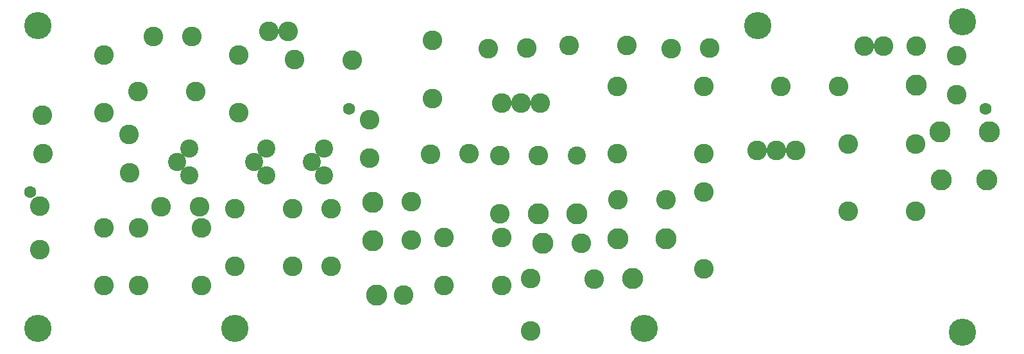
<source format=gbr>
%FSLAX34Y34*%
%MOMM*%
%LNSOLDERMASK_TOP*%
G71*
G01*
%ADD10C,2.600*%
%ADD11C,2.600*%
%ADD12C,2.400*%
%ADD13C,2.600*%
%ADD14C,2.800*%
%ADD15C,2.400*%
%ADD16C,2.800*%
%ADD17C,3.600*%
%ADD18C,1.600*%
%LPD*%
X643280Y326750D02*
G54D10*
D03*
X668680Y326750D02*
G54D10*
D03*
X694080Y326750D02*
G54D10*
D03*
X1030985Y264021D02*
G54D10*
D03*
X1005585Y264021D02*
G54D10*
D03*
X980185Y264021D02*
G54D10*
D03*
X599879Y259323D02*
G54D11*
D03*
X548899Y259211D02*
G54D11*
D03*
X640105Y256775D02*
G54D11*
D03*
X640055Y180525D02*
G54D11*
D03*
X551205Y409175D02*
G54D11*
D03*
X551155Y332925D02*
G54D11*
D03*
X690905Y256775D02*
G54D11*
D03*
X690855Y180525D02*
G54D11*
D03*
X676079Y399023D02*
G54D11*
D03*
X625099Y398911D02*
G54D11*
D03*
X741705Y256775D02*
G54D12*
D03*
X741655Y180525D02*
G54D12*
D03*
X697214Y141461D02*
G54D11*
D03*
X748195Y141573D02*
G54D11*
D03*
X642703Y148698D02*
G54D11*
D03*
X566453Y148748D02*
G54D11*
D03*
X523679Y195823D02*
G54D11*
D03*
X472699Y195711D02*
G54D11*
D03*
X523679Y145023D02*
G54D11*
D03*
X472699Y144911D02*
G54D11*
D03*
X478092Y72750D02*
G54D11*
D03*
X513192Y72750D02*
G54D11*
D03*
X642703Y85198D02*
G54D11*
D03*
X566453Y85248D02*
G54D11*
D03*
X681380Y25000D02*
G54D12*
D03*
X681380Y94850D02*
G54D11*
D03*
X815779Y94223D02*
G54D11*
D03*
X764798Y94111D02*
G54D11*
D03*
X807803Y402698D02*
G54D11*
D03*
X731553Y402748D02*
G54D11*
D03*
X1011580Y348850D02*
G54D11*
D03*
X1087780Y348850D02*
G54D11*
D03*
X1243659Y337898D02*
G54D11*
D03*
X1243546Y388879D02*
G54D11*
D03*
X795680Y348850D02*
G54D11*
D03*
X795680Y259950D02*
G54D11*
D03*
X909980Y348850D02*
G54D11*
D03*
X909980Y259950D02*
G54D11*
D03*
X796378Y147460D02*
G54D11*
D03*
X796265Y198440D02*
G54D11*
D03*
X1121255Y402225D02*
G54D11*
D03*
X1146755Y402225D02*
G54D11*
D03*
X1190078Y350660D02*
G54D11*
D03*
X1189965Y401640D02*
G54D11*
D03*
X1100480Y272650D02*
G54D11*
D03*
X1189380Y272650D02*
G54D11*
D03*
X1100480Y183750D02*
G54D11*
D03*
X1189380Y183750D02*
G54D11*
D03*
X917380Y399023D02*
G54D11*
D03*
X866400Y398910D02*
G54D11*
D03*
X909980Y209150D02*
G54D11*
D03*
X909980Y107550D02*
G54D11*
D03*
X859878Y147460D02*
G54D11*
D03*
X859765Y198440D02*
G54D11*
D03*
X472699Y144911D02*
G54D13*
D03*
X472699Y195711D02*
G54D13*
D03*
X815779Y94223D02*
G54D13*
D03*
X1087780Y348850D02*
G54D13*
D03*
X741655Y180525D02*
G54D13*
D03*
X690855Y180525D02*
G54D14*
D03*
X697214Y141461D02*
G54D14*
D03*
X796378Y147460D02*
G54D14*
D03*
X859878Y147460D02*
G54D14*
D03*
X681380Y25000D02*
G54D11*
D03*
X472699Y195711D02*
G54D14*
D03*
X472699Y144911D02*
G54D14*
D03*
X478092Y72750D02*
G54D14*
D03*
X815779Y94223D02*
G54D14*
D03*
X741655Y180525D02*
G54D14*
D03*
X1190078Y350660D02*
G54D14*
D03*
X980185Y264021D02*
G54D13*
D03*
X690905Y256775D02*
G54D12*
D03*
X690855Y180525D02*
G54D12*
D03*
X118159Y313875D02*
G54D11*
D03*
X118209Y390125D02*
G54D11*
D03*
X37166Y310475D02*
G54D11*
D03*
X37278Y259494D02*
G54D11*
D03*
X151465Y285075D02*
G54D11*
D03*
X151578Y234094D02*
G54D11*
D03*
X118175Y85275D02*
G54D11*
D03*
X118225Y161525D02*
G54D11*
D03*
X238896Y341889D02*
G54D11*
D03*
X162646Y341939D02*
G54D11*
D03*
X163855Y161525D02*
G54D11*
D03*
X163805Y85275D02*
G54D11*
D03*
X295958Y313874D02*
G54D11*
D03*
X296008Y390124D02*
G54D11*
D03*
X193290Y189359D02*
G54D11*
D03*
X290855Y186925D02*
G54D11*
D03*
X290805Y110675D02*
G54D11*
D03*
X367055Y186925D02*
G54D11*
D03*
X367005Y110675D02*
G54D11*
D03*
X417855Y186925D02*
G54D11*
D03*
X417805Y110675D02*
G54D11*
D03*
X468630Y253700D02*
G54D11*
D03*
X468518Y304680D02*
G54D11*
D03*
X445872Y383693D02*
G54D11*
D03*
X369622Y383743D02*
G54D11*
D03*
X335605Y421275D02*
G54D11*
D03*
X361105Y421275D02*
G54D11*
D03*
X230530Y266300D02*
G54D15*
D03*
X214630Y248725D02*
G54D15*
D03*
X230564Y231109D02*
G54D15*
D03*
X332130Y266300D02*
G54D15*
D03*
X316230Y248725D02*
G54D15*
D03*
X332165Y231109D02*
G54D15*
D03*
X408330Y266300D02*
G54D15*
D03*
X392430Y248725D02*
G54D15*
D03*
X408365Y231109D02*
G54D15*
D03*
X182856Y414509D02*
G54D11*
D03*
X233836Y414622D02*
G54D11*
D03*
X118175Y85275D02*
G54D13*
D03*
X163805Y85275D02*
G54D13*
D03*
X290805Y110675D02*
G54D13*
D03*
X367005Y110675D02*
G54D13*
D03*
X244090Y189359D02*
G54D11*
D03*
X246405Y161525D02*
G54D11*
D03*
X246355Y85275D02*
G54D11*
D03*
X246355Y85275D02*
G54D13*
D03*
X1223280Y225350D02*
G54D16*
D03*
X33680Y190100D02*
G54D10*
D03*
X33680Y132950D02*
G54D10*
D03*
X31080Y428850D02*
G54D17*
D03*
X31080Y28850D02*
G54D17*
D03*
X1251080Y23850D02*
G54D17*
D03*
X1251080Y433850D02*
G54D17*
D03*
X1221080Y288850D02*
G54D16*
D03*
X1286080Y288850D02*
G54D16*
D03*
X1283280Y225350D02*
G54D16*
D03*
X291080Y28850D02*
G54D17*
D03*
X831080Y28850D02*
G54D17*
D03*
X441080Y318850D02*
G54D18*
D03*
X1281080Y318850D02*
G54D18*
D03*
X21080Y208850D02*
G54D18*
D03*
X981080Y428850D02*
G54D17*
D03*
M02*

</source>
